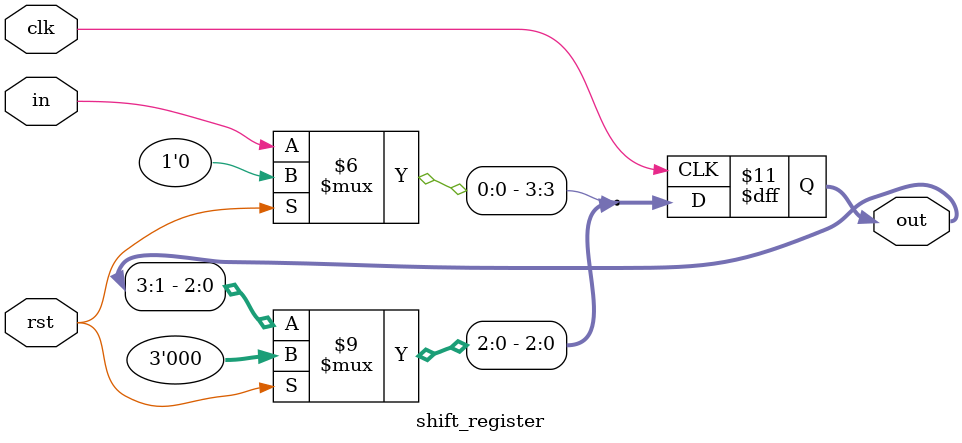
<source format=v>
`timescale 1ns / 1ps

module shift_register(clk, rst, in, out);
input clk, rst, in;
output [3:0] out;
reg [3:0] out;

initial out = 4'b0000;

always @(posedge clk) begin
if (rst == 1'b1) out = 4'b0000;
else begin
out = out>>1;
out[3] = in;
end
end
endmodule

</source>
